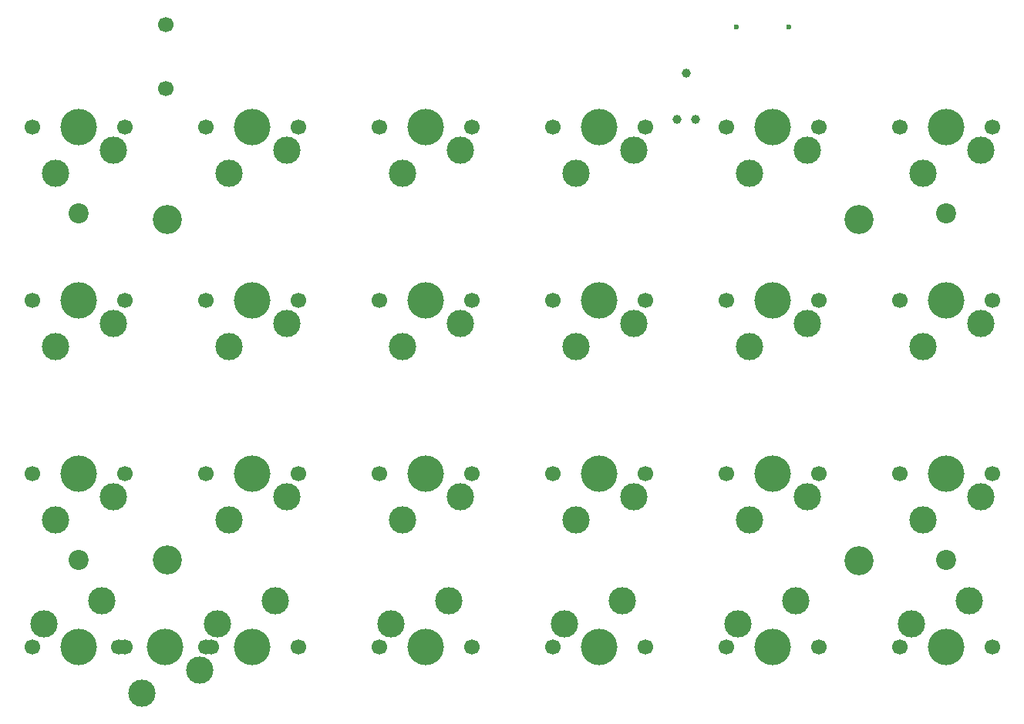
<source format=gbr>
%TF.GenerationSoftware,KiCad,Pcbnew,5.0.2-5.fc29*%
%TF.CreationDate,2019-03-27T11:46:13+01:00*%
%TF.ProjectId,vitamins_included,76697461-6d69-46e7-935f-696e636c7564,rev?*%
%TF.SameCoordinates,Original*%
%TF.FileFunction,NonPlated,1,2,NPTH,Drill*%
%TF.FilePolarity,Positive*%
%FSLAX46Y46*%
G04 Gerber Fmt 4.6, Leading zero omitted, Abs format (unit mm)*
G04 Created by KiCad (PCBNEW 5.0.2-5.fc29) date 2019-03-27T11:46:13 CET*
%MOMM*%
%LPD*%
G01*
G04 APERTURE LIST*
%TA.AperFunction,ComponentDrill*%
%ADD10C,0.600000*%
%TD*%
%TA.AperFunction,ComponentDrill*%
%ADD11C,0.990600*%
%TD*%
%TA.AperFunction,ComponentDrill*%
%ADD12C,1.700000*%
%TD*%
%TA.AperFunction,ComponentDrill*%
%ADD13C,2.200000*%
%TD*%
%TA.AperFunction,ComponentDrill*%
%ADD14C,3.000000*%
%TD*%
%TA.AperFunction,ComponentDrill*%
%ADD15C,3.200000*%
%TD*%
%TA.AperFunction,ComponentDrill*%
%ADD16C,4.000000*%
%TD*%
G04 APERTURE END LIST*
D10*
%TO.C,J10*%
X81760000Y-5830000D03*
X87540000Y-5830000D03*
D11*
%TO.C,J6*%
X75234000Y-16040000D03*
X76250000Y-10960000D03*
X77266000Y-16040000D03*
D12*
%TO.C,SW42*%
X99670000Y-54950000D03*
X109830000Y-54950000D03*
%TO.C,SW25*%
X4420000Y-16850000D03*
X14580000Y-16850000D03*
%TO.C,SW43*%
X13945000Y-74000000D03*
X24105000Y-74000000D03*
%TO.C,SW29*%
X80620000Y-16850000D03*
X90780000Y-16850000D03*
%TO.C,SW32*%
X23470000Y-35900000D03*
X33630000Y-35900000D03*
%TO.C,SW39*%
X42520000Y-54950000D03*
X52680000Y-54950000D03*
%TO.C,SW46*%
X61570000Y-74000000D03*
X71730000Y-74000000D03*
%TO.C,SW31*%
X4420000Y-35900000D03*
X14580000Y-35900000D03*
%TO.C,SW27*%
X42520000Y-16850000D03*
X52680000Y-16850000D03*
%TO.C,SW33*%
X42520000Y-35900000D03*
X52680000Y-35900000D03*
%TO.C,SW43*%
X4420000Y-74000000D03*
X14580000Y-74000000D03*
%TO.C,SW34*%
X61570000Y-35900000D03*
X71730000Y-35900000D03*
%TO.C,SW26*%
X23470000Y-16850000D03*
X33630000Y-16850000D03*
%TO.C,SW45*%
X42520000Y-74000000D03*
X52680000Y-74000000D03*
%TO.C,SW40*%
X61570000Y-54950000D03*
X71730000Y-54950000D03*
%TO.C,P8*%
X19057500Y-5628000D03*
X19057500Y-12628000D03*
%TO.C,SW30*%
X99670000Y-16850000D03*
X109830000Y-16850000D03*
%TO.C,SW41*%
X80620000Y-54950000D03*
X90780000Y-54950000D03*
%TO.C,SW38*%
X23470000Y-54950000D03*
X33630000Y-54950000D03*
%TO.C,SW35*%
X80620000Y-35900000D03*
X90780000Y-35900000D03*
%TO.C,SW47*%
X80620000Y-74000000D03*
X90780000Y-74000000D03*
%TO.C,SW28*%
X61570000Y-16850000D03*
X71730000Y-16850000D03*
%TO.C,SW48*%
X99670000Y-74000000D03*
X109830000Y-74000000D03*
%TO.C,SW36*%
X99670000Y-35900000D03*
X109830000Y-35900000D03*
%TO.C,SW37*%
X4420000Y-54950000D03*
X14580000Y-54950000D03*
%TO.C,SW44*%
X23470000Y-74000000D03*
X33630000Y-74000000D03*
D13*
%TO.C,REF\002A\002A*%
X104750000Y-26375000D03*
X9500000Y-26375000D03*
X9500000Y-64475000D03*
X104750000Y-64475000D03*
D14*
%TO.C,SW43*%
X5690000Y-71460000D03*
X12040000Y-68920000D03*
%TO.C,SW34*%
X64110000Y-40980000D03*
X70460000Y-38440000D03*
%TO.C,SW26*%
X26010000Y-21930000D03*
X32360000Y-19390000D03*
%TO.C,SW45*%
X43790000Y-71460000D03*
X50140000Y-68920000D03*
%TO.C,SW40*%
X64110000Y-60030000D03*
X70460000Y-57490000D03*
%TO.C,SW30*%
X102210000Y-21930000D03*
X108560000Y-19390000D03*
%TO.C,SW41*%
X83160000Y-60030000D03*
X89510000Y-57490000D03*
%TO.C,SW38*%
X26010000Y-60030000D03*
X32360000Y-57490000D03*
%TO.C,SW35*%
X83160000Y-40980000D03*
X89510000Y-38440000D03*
%TO.C,SW47*%
X81890000Y-71460000D03*
X88240000Y-68920000D03*
%TO.C,SW28*%
X64110000Y-21930000D03*
X70460000Y-19390000D03*
%TO.C,SW48*%
X100940000Y-71460000D03*
X107290000Y-68920000D03*
%TO.C,SW36*%
X102210000Y-40980000D03*
X108560000Y-38440000D03*
%TO.C,SW37*%
X6960000Y-60030000D03*
X13310000Y-57490000D03*
%TO.C,SW44*%
X24740000Y-71460000D03*
X31090000Y-68920000D03*
%TO.C,SW42*%
X102210000Y-60030000D03*
X108560000Y-57490000D03*
%TO.C,SW25*%
X6960000Y-21930000D03*
X13310000Y-19390000D03*
%TO.C,SW43*%
X16485000Y-79080000D03*
X22835000Y-76540000D03*
%TO.C,SW29*%
X83160000Y-21930000D03*
X89510000Y-19390000D03*
%TO.C,SW32*%
X26010000Y-40980000D03*
X32360000Y-38440000D03*
%TO.C,SW39*%
X45060000Y-60030000D03*
X51410000Y-57490000D03*
%TO.C,SW46*%
X62840000Y-71460000D03*
X69190000Y-68920000D03*
%TO.C,SW31*%
X6960000Y-40980000D03*
X13310000Y-38440000D03*
%TO.C,SW27*%
X45060000Y-21930000D03*
X51410000Y-19390000D03*
%TO.C,SW33*%
X45060000Y-40980000D03*
X51410000Y-38440000D03*
D15*
%TO.C,REF\002A\002A*%
X19250000Y-27000000D03*
X19250000Y-64473000D03*
X95250000Y-27000000D03*
X95250000Y-64500000D03*
D16*
%TO.C,SW44*%
X28550000Y-74000000D03*
%TO.C,SW42*%
X104750000Y-54950000D03*
%TO.C,SW25*%
X9500000Y-16850000D03*
%TO.C,SW43*%
X19025000Y-74000000D03*
%TO.C,SW29*%
X85700000Y-16850000D03*
%TO.C,SW32*%
X28550000Y-35900000D03*
%TO.C,SW39*%
X47600000Y-54950000D03*
%TO.C,SW46*%
X66650000Y-74000000D03*
%TO.C,SW31*%
X9500000Y-35900000D03*
%TO.C,SW27*%
X47600000Y-16850000D03*
%TO.C,SW33*%
X47600000Y-35900000D03*
%TO.C,SW43*%
X9500000Y-74000000D03*
%TO.C,SW34*%
X66650000Y-35900000D03*
%TO.C,SW26*%
X28550000Y-16850000D03*
%TO.C,SW45*%
X47600000Y-74000000D03*
%TO.C,SW40*%
X66650000Y-54950000D03*
%TO.C,SW30*%
X104750000Y-16850000D03*
%TO.C,SW41*%
X85700000Y-54950000D03*
%TO.C,SW38*%
X28550000Y-54950000D03*
%TO.C,SW35*%
X85700000Y-35900000D03*
%TO.C,SW47*%
X85700000Y-74000000D03*
%TO.C,SW28*%
X66650000Y-16850000D03*
%TO.C,SW48*%
X104750000Y-74000000D03*
%TO.C,SW36*%
X104750000Y-35900000D03*
%TO.C,SW37*%
X9500000Y-54950000D03*
M02*

</source>
